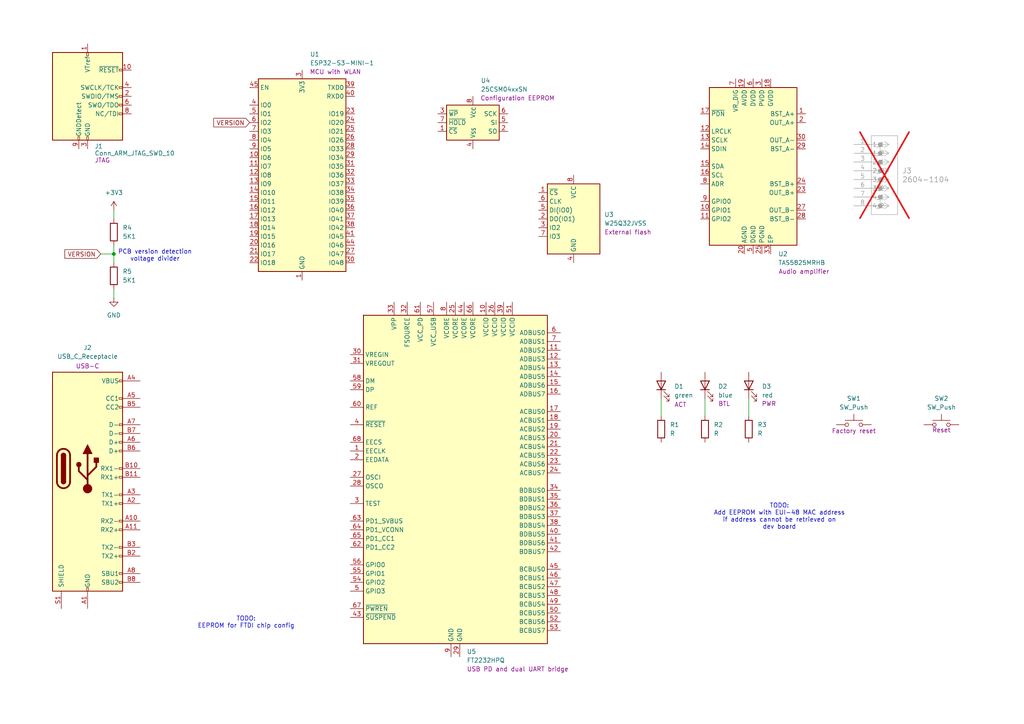
<source format=kicad_sch>
(kicad_sch (version 20231120) (generator "eeschema") (generator_version "8.0")
  (paper "A4")
  (title_block (title "soundbox"))
  (lib_symbols
    (symbol "Amplifier_Audio:TAS5825MRHB"
      (property "Reference" "U" (at -11.43 24.13 0))
      (property "Value" "TAS5825MRHB" (at 13.97 24.13 0))
      (symbol "TAS5825MRHB_0_1"
        (rectangle (start -12.7 22.86) (end 12.7 -22.86) (stroke (width 0.254)) (fill (type background)))
      )
      (symbol "TAS5825MRHB_1_1"
        (pin passive line (at 15.24 15.24 180) (length 2.54) (name "BST_A+") (number "1"))
        (pin bidirectional line (at -15.24 -12.7 0) (length 2.54) (name "GPIO1") (number "10"))
        (pin bidirectional line (at -15.24 -15.24 0) (length 2.54) (name "GPIO2") (number "11"))
        (pin input line (at -15.24 10.16 0) (length 2.54) (name "LRCLK") (number "12"))
        (pin input line (at -15.24 7.62 0) (length 2.54) (name "SCLK") (number "13"))
        (pin input line (at -15.24 5.08 0) (length 2.54) (name "SDIN") (number "14"))
        (pin bidirectional line (at -15.24 0 0) (length 2.54) (name "SDA") (number "15"))
        (pin input line (at -15.24 -2.54 0) (length 2.54) (name "SCL") (number "16"))
        (pin input line (at -15.24 15.24 0) (length 2.54) (name "~{PDN}") (number "17"))
        (pin passive line (at 5.08 25.4 270) (length 2.54) (name "GVDD") (number "18"))
        (pin passive line (at -2.54 25.4 270) (length 2.54) (name "AVDD") (number "19"))
        (pin output line (at 15.24 12.7 180) (length 2.54) (name "OUT_A+") (number "2"))
        (pin power_in line (at -2.54 -25.4 90) (length 2.54) (name "AGND") (number "20"))
        (pin passive line (at 2.54 25.4 270) (length 2.54) hide (name "PVDD") (number "21"))
        (pin passive line (at 2.54 25.4 270) (length 2.54) hide (name "PVDD") (number "22"))
        (pin output line (at 15.24 -7.62 180) (length 2.54) (name "OUT_B+") (number "23"))
        (pin passive line (at 15.24 -5.08 180) (length 2.54) (name "BST_B+") (number "24"))
        (pin power_in line (at 2.54 -25.4 90) (length 2.54) (name "PGND") (number "25"))
        (pin passive line (at 2.54 -25.4 90) (length 2.54) hide (name "PGND") (number "26"))
        (pin output line (at 15.24 -12.7 180) (length 2.54) (name "OUT_B-") (number "27"))
        (pin passive line (at 15.24 -15.24 180) (length 2.54) (name "BST_B-") (number "28"))
        (pin passive line (at 15.24 5.08 180) (length 2.54) (name "BST_A-") (number "29"))
        (pin power_in line (at 2.54 25.4 270) (length 2.54) (name "PVDD") (number "3"))
        (pin output line (at 15.24 7.62 180) (length 2.54) (name "OUT_A-") (number "30"))
        (pin passive line (at 2.54 -25.4 90) (length 2.54) hide (name "PGND") (number "31"))
        (pin passive line (at 2.54 -25.4 90) (length 2.54) hide (name "PGND") (number "32"))
        (pin passive line (at 5.08 -25.4 90) (length 2.54) (name "EP") (number "33"))
        (pin passive line (at 2.54 25.4 270) (length 2.54) hide (name "PVDD") (number "4"))
        (pin power_in line (at 0 -25.4 90) (length 2.54) (name "DGND") (number "5"))
        (pin power_in line (at 0 25.4 270) (length 2.54) (name "DVDD") (number "6"))
        (pin passive line (at -5.08 25.4 270) (length 2.54) (name "VR_DIG") (number "7"))
        (pin passive line (at -15.24 -5.08 0) (length 2.54) (name "ADR") (number "8"))
        (pin bidirectional line (at -15.24 -10.16 0) (length 2.54) (name "GPIO0") (number "9"))
      )
    )
    (symbol "Connector:Conn_ARM_JTAG_SWD_10" (pin_names (offset 1.016))
      (property "Reference" "J" (at -2.54 16.51 0))
      (property "Value" "Conn_ARM_JTAG_SWD_10" (at -2.54 13.97 0))
      (symbol "Conn_ARM_JTAG_SWD_10_0_1"
        (rectangle (start -10.16 12.7) (end 10.16 -12.7) (stroke (width 0.254)) (fill (type background)))
        (rectangle (start -2.794 -12.7) (end -2.286 -11.684))
        (rectangle (start -0.254 -12.7) (end 0.254 -11.684))
        (rectangle (start -0.254 12.7) (end 0.254 11.684))
        (rectangle (start 9.144 2.286) (end 10.16 2.794))
        (rectangle (start 10.16 -2.794) (end 9.144 -2.286))
        (rectangle (start 10.16 -0.254) (end 9.144 0.254))
        (rectangle (start 10.16 7.874) (end 9.144 7.366))
      )
      (symbol "Conn_ARM_JTAG_SWD_10_1_1"
        (rectangle (start 9.144 -5.334) (end 10.16 -4.826))
        (pin power_in line (at 0 15.24 270) (length 2.54) (name "VTref") (number "1"))
        (pin open_collector line (at 12.7 7.62 180) (length 2.54) (name "~{RESET}") (number "10"))
        (pin bidirectional line (at 12.7 0 180) (length 2.54) (name "SWDIO/TMS") (number "2"))
        (pin power_in line (at 0 -15.24 90) (length 2.54) (name "GND") (number "3"))
        (pin output line (at 12.7 2.54 180) (length 2.54) (name "SWCLK/TCK") (number "4"))
        (pin passive line (at 0 -15.24 90) (length 2.54) hide (name "GND") (number "5"))
        (pin input line (at 12.7 -2.54 180) (length 2.54) (name "SWO/TDO") (number "6"))
        (pin no_connect line (at -10.16 0 0) (length 2.54) hide (name "KEY") (number "7"))
        (pin output line (at 12.7 -5.08 180) (length 2.54) (name "NC/TDI") (number "8"))
        (pin passive line (at -2.54 -15.24 90) (length 2.54) (name "GNDDetect") (number "9"))
      )
    )
    (symbol "Connector:USB_C_Receptacle" (pin_names (offset 1.016))
      (property "Reference" "J" (at -10.16 29.21 0))
      (property "Value" "USB_C_Receptacle" (at 10.16 29.21 0))
      (symbol "USB_C_Receptacle_0_0"
        (rectangle (start -0.254 -35.56) (end 0.254 -34.544))
        (rectangle (start 10.16 -32.766) (end 9.144 -33.274))
        (rectangle (start 10.16 -30.226) (end 9.144 -30.734))
        (rectangle (start 10.16 -25.146) (end 9.144 -25.654))
        (rectangle (start 10.16 -22.606) (end 9.144 -23.114))
        (rectangle (start 10.16 -17.526) (end 9.144 -18.034))
        (rectangle (start 10.16 -14.986) (end 9.144 -15.494))
        (rectangle (start 10.16 -9.906) (end 9.144 -10.414))
        (rectangle (start 10.16 -7.366) (end 9.144 -7.874))
        (rectangle (start 10.16 -2.286) (end 9.144 -2.794))
        (rectangle (start 10.16 0.254) (end 9.144 -0.254))
        (rectangle (start 10.16 5.334) (end 9.144 4.826))
        (rectangle (start 10.16 7.874) (end 9.144 7.366))
        (rectangle (start 10.16 10.414) (end 9.144 9.906))
        (rectangle (start 10.16 12.954) (end 9.144 12.446))
        (rectangle (start 10.16 18.034) (end 9.144 17.526))
        (rectangle (start 10.16 20.574) (end 9.144 20.066))
        (rectangle (start 10.16 25.654) (end 9.144 25.146))
      )
      (symbol "USB_C_Receptacle_0_1"
        (rectangle (start -10.16 27.94) (end 10.16 -35.56) (stroke (width 0.254)) (fill (type background)))
        (arc (start -8.89 -3.81) (mid -6.985 -5.7067) (end -5.08 -3.81) (stroke (width 0.508)))
        (arc (start -7.62 -3.81) (mid -6.985 -4.4423) (end -6.35 -3.81) (stroke (width 0.254)))
        (arc (start -7.62 -3.81) (mid -6.985 -4.4423) (end -6.35 -3.81) (stroke (width 0.254)) (fill (type outline)))
        (rectangle (start -7.62 -3.81) (end -6.35 3.81) (stroke (width 0.254)) (fill (type outline)))
        (arc (start -6.35 3.81) (mid -6.985 4.4423) (end -7.62 3.81) (stroke (width 0.254)))
        (arc (start -6.35 3.81) (mid -6.985 4.4423) (end -7.62 3.81) (stroke (width 0.254)) (fill (type outline)))
        (arc (start -5.08 3.81) (mid -6.985 5.7067) (end -8.89 3.81) (stroke (width 0.508)))
        (polyline (pts (xy -8.89 -3.81) (xy -8.89 3.81)) (stroke (width 0.508)))
        (polyline (pts (xy -5.08 3.81) (xy -5.08 -3.81)) (stroke (width 0.508)))
      )
      (symbol "USB_C_Receptacle_1_1"
        (circle (center -2.54 1.143) (radius 0.635) (stroke (width 0.254)) (fill (type outline)))
        (circle (center 0 -5.842) (radius 1.27) (fill (type outline)))
        (polyline (pts (xy 0 -5.842) (xy 0 4.318)) (stroke (width 0.508)))
        (polyline (pts (xy 0 -3.302) (xy -2.54 -0.762) (xy -2.54 0.508)) (stroke (width 0.508)))
        (polyline (pts (xy 0 -2.032) (xy 2.54 0.508) (xy 2.54 1.778)) (stroke (width 0.508)))
        (polyline (pts (xy -1.27 4.318) (xy 0 6.858) (xy 1.27 4.318) (xy -1.27 4.318)) (stroke (width 0.254)) (fill (type outline)))
        (rectangle (start 1.905 1.778) (end 3.175 3.048) (stroke (width 0.254)) (fill (type outline)))
        (pin passive line (at 0 -40.64 90) (length 5.08) (name "GND") (number "A1"))
        (pin bidirectional line (at 15.24 -15.24 180) (length 5.08) (name "RX2-") (number "A10"))
        (pin bidirectional line (at 15.24 -17.78 180) (length 5.08) (name "RX2+") (number "A11"))
        (pin passive line (at 0 -40.64 90) (length 5.08) hide (name "GND") (number "A12"))
        (pin bidirectional line (at 15.24 -10.16 180) (length 5.08) (name "TX1+") (number "A2"))
        (pin bidirectional line (at 15.24 -7.62 180) (length 5.08) (name "TX1-") (number "A3"))
        (pin passive line (at 15.24 25.4 180) (length 5.08) (name "VBUS") (number "A4"))
        (pin bidirectional line (at 15.24 20.32 180) (length 5.08) (name "CC1") (number "A5"))
        (pin bidirectional line (at 15.24 7.62 180) (length 5.08) (name "D+") (number "A6"))
        (pin bidirectional line (at 15.24 12.7 180) (length 5.08) (name "D-") (number "A7"))
        (pin bidirectional line (at 15.24 -30.48 180) (length 5.08) (name "SBU1") (number "A8"))
        (pin passive line (at 15.24 25.4 180) (length 5.08) hide (name "VBUS") (number "A9"))
        (pin passive line (at 0 -40.64 90) (length 5.08) hide (name "GND") (number "B1"))
        (pin bidirectional line (at 15.24 0 180) (length 5.08) (name "RX1-") (number "B10"))
        (pin bidirectional line (at 15.24 -2.54 180) (length 5.08) (name "RX1+") (number "B11"))
        (pin passive line (at 0 -40.64 90) (length 5.08) hide (name "GND") (number "B12"))
        (pin bidirectional line (at 15.24 -25.4 180) (length 5.08) (name "TX2+") (number "B2"))
        (pin bidirectional line (at 15.24 -22.86 180) (length 5.08) (name "TX2-") (number "B3"))
        (pin passive line (at 15.24 25.4 180) (length 5.08) hide (name "VBUS") (number "B4"))
        (pin bidirectional line (at 15.24 17.78 180) (length 5.08) (name "CC2") (number "B5"))
        (pin bidirectional line (at 15.24 5.08 180) (length 5.08) (name "D+") (number "B6"))
        (pin bidirectional line (at 15.24 10.16 180) (length 5.08) (name "D-") (number "B7"))
        (pin bidirectional line (at 15.24 -33.02 180) (length 5.08) (name "SBU2") (number "B8"))
        (pin passive line (at 15.24 25.4 180) (length 5.08) hide (name "VBUS") (number "B9"))
        (pin passive line (at -7.62 -40.64 90) (length 5.08) (name "SHIELD") (number "S1"))
      )
    )
    (symbol "Device:LED" (pin_numbers hide) (pin_names (offset 1.016) hide)
      (property "Reference" "D" (at 0 2.54 0))
      (property "Value" "LED" (at 0 -2.54 0))
      (symbol "LED_0_1"
        (polyline (pts (xy -1.27 -1.27) (xy -1.27 1.27)) (stroke (width 0.254)))
        (polyline (pts (xy -1.27 0) (xy 1.27 0)))
        (polyline (pts (xy 1.27 -1.27) (xy 1.27 1.27) (xy -1.27 0) (xy 1.27 -1.27)) (stroke (width 0.254)))
        (polyline (pts (xy -3.048 -0.762) (xy -4.572 -2.286) (xy -3.81 -2.286) (xy -4.572 -2.286) (xy -4.572 -1.524)))
        (polyline (pts (xy -1.778 -0.762) (xy -3.302 -2.286) (xy -2.54 -2.286) (xy -3.302 -2.286) (xy -3.302 -1.524)))
      )
      (symbol "LED_1_1"
        (pin passive line (at -3.81 0 0) (length 2.54) (name "K") (number "1"))
        (pin passive line (at 3.81 0 180) (length 2.54) (name "A") (number "2"))
      )
    )
    (symbol "Device:R" (pin_numbers hide) (pin_names (offset 0))
      (property "Reference" "R" (at 2.032 0 90))
      (property "Value" "R" (at 0 0 90))
      (symbol "R_0_1"
        (rectangle (start -1.016 -2.54) (end 1.016 2.54) (stroke (width 0.254)))
      )
      (symbol "R_1_1"
        (pin passive line (at 0 3.81 270) (length 1.27) (name "~") (number "1"))
        (pin passive line (at 0 -3.81 90) (length 1.27) (name "~") (number "2"))
      )
    )
    (symbol "Memory_EEPROM:25CSM04xxSN"
      (property "Reference" "U3" (at 1.9559 8.89 0))
      (property "Value" "25CSM04xxSN" (at 1.9559 6.35 0))
      (symbol "25CSM04xxSN_1_1"
        (rectangle (start -7.62 5.08) (end 7.62 -5.08) (stroke (width 0.254)) (fill (type background)))
        (pin input line (at -10.16 -2.54 0) (length 2.54) (name "~{CS}") (number "1"))
        (pin tri_state line (at 10.16 -2.54 180) (length 2.54) (name "SO") (number "2"))
        (pin input line (at -10.16 2.54 0) (length 2.54) (name "~{WP}") (number "3"))
        (pin power_in line (at 0 -7.62 90) (length 2.54) (name "V_{SS}") (number "4"))
        (pin input line (at 10.16 0 180) (length 2.54) (name "SI") (number "5"))
        (pin input line (at 10.16 2.54 180) (length 2.54) (name "SCK") (number "6"))
        (pin input line (at -10.16 0 0) (length 2.54) (name "~{HOLD}") (number "7"))
        (pin power_in line (at 0 7.62 270) (length 2.54) (name "V_{CC}") (number "8"))
      )
    )
    (symbol "Memory_Flash:W25Q32JVSS"
      (property "Reference" "U" (at -6.35 11.43 0))
      (property "Value" "W25Q32JVSS" (at 7.62 11.43 0))
      (symbol "W25Q32JVSS_0_1"
        (rectangle (start -7.62 10.16) (end 7.62 -10.16) (stroke (width 0.254)) (fill (type background)))
      )
      (symbol "W25Q32JVSS_1_1"
        (pin input line (at -10.16 7.62 0) (length 2.54) (name "~{CS}") (number "1"))
        (pin bidirectional line (at -10.16 0 0) (length 2.54) (name "DO(IO1)") (number "2"))
        (pin bidirectional line (at -10.16 -2.54 0) (length 2.54) (name "IO2") (number "3"))
        (pin power_in line (at 0 -12.7 90) (length 2.54) (name "GND") (number "4"))
        (pin bidirectional line (at -10.16 2.54 0) (length 2.54) (name "DI(IO0)") (number "5"))
        (pin input line (at -10.16 5.08 0) (length 2.54) (name "CLK") (number "6"))
        (pin bidirectional line (at -10.16 -5.08 0) (length 2.54) (name "IO3") (number "7"))
        (pin power_in line (at 0 12.7 270) (length 2.54) (name "VCC") (number "8"))
      )
    )
    (symbol "RF_Module:ESP32-S3-MINI-1"
      (property "Reference" "U" (at -11.43 29.21 0))
      (property "Value" "ESP32-S3-MINI-1" (at 12.7 29.21 0))
      (symbol "ESP32-S3-MINI-1_0_1"
        (rectangle (start -12.7 27.94) (end 12.7 -27.94) (stroke (width 0.254)) (fill (type background)))
      )
      (symbol "ESP32-S3-MINI-1_1_1"
        (pin power_in line (at 0 -30.48 90) (length 2.54) (name "GND") (number "1"))
        (pin bidirectional line (at -15.24 5.08 0) (length 2.54) (name "IO6") (number "10"))
        (pin bidirectional line (at -15.24 2.54 0) (length 2.54) (name "IO7") (number "11"))
        (pin bidirectional line (at -15.24 0 0) (length 2.54) (name "IO8") (number "12"))
        (pin bidirectional line (at -15.24 -2.54 0) (length 2.54) (name "IO9") (number "13"))
        (pin bidirectional line (at -15.24 -5.08 0) (length 2.54) (name "IO10") (number "14"))
        (pin bidirectional line (at -15.24 -7.62 0) (length 2.54) (name "IO11") (number "15"))
        (pin bidirectional line (at -15.24 -10.16 0) (length 2.54) (name "IO12") (number "16"))
        (pin bidirectional line (at -15.24 -12.7 0) (length 2.54) (name "IO13") (number "17"))
        (pin bidirectional line (at -15.24 -15.24 0) (length 2.54) (name "IO14") (number "18"))
        (pin bidirectional line (at -15.24 -17.78 0) (length 2.54) (name "IO15") (number "19"))
        (pin passive line (at 0 -30.48 90) (length 2.54) hide (name "GND") (number "2"))
        (pin bidirectional line (at -15.24 -20.32 0) (length 2.54) (name "IO16") (number "20"))
        (pin bidirectional line (at -15.24 -22.86 0) (length 2.54) (name "IO17") (number "21"))
        (pin bidirectional line (at -15.24 -25.4 0) (length 2.54) (name "IO18") (number "22"))
        (pin bidirectional line (at 15.24 17.78 180) (length 2.54) (name "IO19") (number "23"))
        (pin bidirectional line (at 15.24 15.24 180) (length 2.54) (name "IO20") (number "24"))
        (pin bidirectional line (at 15.24 12.7 180) (length 2.54) (name "IO21") (number "25"))
        (pin bidirectional line (at 15.24 10.16 180) (length 2.54) (name "IO26") (number "26"))
        (pin bidirectional line (at 15.24 -22.86 180) (length 2.54) (name "IO47") (number "27"))
        (pin bidirectional line (at 15.24 7.62 180) (length 2.54) (name "IO33") (number "28"))
        (pin bidirectional line (at 15.24 5.08 180) (length 2.54) (name "IO34") (number "29"))
        (pin power_in line (at 0 30.48 270) (length 2.54) (name "3V3") (number "3"))
        (pin bidirectional line (at 15.24 -25.4 180) (length 2.54) (name "IO48") (number "30"))
        (pin bidirectional line (at 15.24 2.54 180) (length 2.54) (name "IO35") (number "31"))
        (pin bidirectional line (at 15.24 0 180) (length 2.54) (name "IO36") (number "32"))
        (pin bidirectional line (at 15.24 -2.54 180) (length 2.54) (name "IO37") (number "33"))
        (pin bidirectional line (at 15.24 -5.08 180) (length 2.54) (name "IO38") (number "34"))
        (pin bidirectional line (at 15.24 -7.62 180) (length 2.54) (name "IO39") (number "35"))
        (pin bidirectional line (at 15.24 -10.16 180) (length 2.54) (name "IO40") (number "36"))
        (pin bidirectional line (at 15.24 -12.7 180) (length 2.54) (name "IO41") (number "37"))
        (pin bidirectional line (at 15.24 -15.24 180) (length 2.54) (name "IO42") (number "38"))
        (pin bidirectional line (at 15.24 25.4 180) (length 2.54) (name "TXD0") (number "39"))
        (pin bidirectional line (at -15.24 20.32 0) (length 2.54) (name "IO0") (number "4"))
        (pin bidirectional line (at 15.24 22.86 180) (length 2.54) (name "RXD0") (number "40"))
        (pin bidirectional line (at 15.24 -17.78 180) (length 2.54) (name "IO45") (number "41"))
        (pin passive line (at 0 -30.48 90) (length 2.54) hide (name "GND") (number "42"))
        (pin passive line (at 0 -30.48 90) (length 2.54) hide (name "GND") (number "43"))
        (pin bidirectional line (at 15.24 -20.32 180) (length 2.54) (name "IO46") (number "44"))
        (pin input line (at -15.24 25.4 0) (length 2.54) (name "EN") (number "45"))
        (pin passive line (at 0 -30.48 90) (length 2.54) hide (name "GND") (number "46"))
        (pin passive line (at 0 -30.48 90) (length 2.54) hide (name "GND") (number "47"))
        (pin passive line (at 0 -30.48 90) (length 2.54) hide (name "GND") (number "48"))
        (pin passive line (at 0 -30.48 90) (length 2.54) hide (name "GND") (number "49"))
        (pin bidirectional line (at -15.24 17.78 0) (length 2.54) (name "IO1") (number "5"))
        (pin passive line (at 0 -30.48 90) (length 2.54) hide (name "GND") (number "50"))
        (pin passive line (at 0 -30.48 90) (length 2.54) hide (name "GND") (number "51"))
        (pin passive line (at 0 -30.48 90) (length 2.54) hide (name "GND") (number "52"))
        (pin passive line (at 0 -30.48 90) (length 2.54) hide (name "GND") (number "53"))
        (pin passive line (at 0 -30.48 90) (length 2.54) hide (name "GND") (number "54"))
        (pin passive line (at 0 -30.48 90) (length 2.54) hide (name "GND") (number "55"))
        (pin passive line (at 0 -30.48 90) (length 2.54) hide (name "GND") (number "56"))
        (pin passive line (at 0 -30.48 90) (length 2.54) hide (name "GND") (number "57"))
        (pin passive line (at 0 -30.48 90) (length 2.54) hide (name "GND") (number "58"))
        (pin passive line (at 0 -30.48 90) (length 2.54) hide (name "GND") (number "59"))
        (pin bidirectional line (at -15.24 15.24 0) (length 2.54) (name "IO2") (number "6"))
        (pin passive line (at 0 -30.48 90) (length 2.54) hide (name "GND") (number "60"))
        (pin passive line (at 0 -30.48 90) (length 2.54) hide (name "GND") (number "61"))
        (pin passive line (at 0 -30.48 90) (length 2.54) hide (name "GND") (number "62"))
        (pin passive line (at 0 -30.48 90) (length 2.54) hide (name "GND") (number "63"))
        (pin passive line (at 0 -30.48 90) (length 2.54) hide (name "GND") (number "64"))
        (pin passive line (at 0 -30.48 90) (length 2.54) hide (name "GND") (number "65"))
        (pin bidirectional line (at -15.24 12.7 0) (length 2.54) (name "IO3") (number "7"))
        (pin bidirectional line (at -15.24 10.16 0) (length 2.54) (name "IO4") (number "8"))
        (pin bidirectional line (at -15.24 7.62 0) (length 2.54) (name "IO5") (number "9"))
      )
    )
    (symbol "Switch:SW_Push" (pin_numbers hide) (pin_names (offset 1.016) hide)
      (property "Reference" "SW" (at 1.27 2.54 0))
      (property "Value" "SW_Push" (at 0 -1.524 0))
      (symbol "SW_Push_0_1"
        (circle (center -2.032 0) (radius 0.508))
        (polyline (pts (xy 0 1.27) (xy 0 3.048)))
        (polyline (pts (xy 2.54 1.27) (xy -2.54 1.27)))
        (circle (center 2.032 0) (radius 0.508))
        (pin passive line (at -5.08 0 0) (length 2.54) (name "1") (number "1"))
        (pin passive line (at 5.08 0 180) (length 2.54) (name "2") (number "2"))
      )
    )
    (symbol "Ultra_Librarian:2604-1104" (pin_names (offset 0.254))
      (property "Reference" "J" (at 8.89 6.35 0))
      (property "Value" "2604-1104" (at 0 0 0))
      (symbol "2604-1104_1_1"
        (polyline (pts (xy 5.08 -20.32) (xy 12.7 -20.32)) (stroke (width 0.127)))
        (polyline (pts (xy 5.08 2.54) (xy 5.08 -20.32)) (stroke (width 0.127)))
        (polyline (pts (xy 7.62 -15.24) (xy 7.62 -17.78)) (stroke (width 0.127)))
        (polyline (pts (xy 7.62 -10.16) (xy 7.62 -12.7)) (stroke (width 0.127)))
        (polyline (pts (xy 7.62 -5.08) (xy 7.62 -7.62)) (stroke (width 0.127)))
        (polyline (pts (xy 7.62 0) (xy 7.62 -2.54)) (stroke (width 0.127)))
        (polyline (pts (xy 10.16 -17.78) (xy 5.08 -17.78)) (stroke (width 0.127)))
        (polyline (pts (xy 10.16 -17.78) (xy 8.89 -18.6267)) (stroke (width 0.127)))
        (polyline (pts (xy 10.16 -17.78) (xy 8.89 -16.9333)) (stroke (width 0.127)))
        (polyline (pts (xy 10.16 -15.24) (xy 5.08 -15.24)) (stroke (width 0.127)))
        (polyline (pts (xy 10.16 -15.24) (xy 8.89 -16.0867)) (stroke (width 0.127)))
        (polyline (pts (xy 10.16 -15.24) (xy 8.89 -14.3933)) (stroke (width 0.127)))
        (polyline (pts (xy 10.16 -12.7) (xy 5.08 -12.7)) (stroke (width 0.127)))
        (polyline (pts (xy 10.16 -12.7) (xy 8.89 -13.5467)) (stroke (width 0.127)))
        (polyline (pts (xy 10.16 -12.7) (xy 8.89 -11.8533)) (stroke (width 0.127)))
        (polyline (pts (xy 10.16 -10.16) (xy 5.08 -10.16)) (stroke (width 0.127)))
        (polyline (pts (xy 10.16 -10.16) (xy 8.89 -11.0067)) (stroke (width 0.127)))
        (polyline (pts (xy 10.16 -10.16) (xy 8.89 -9.3133)) (stroke (width 0.127)))
        (polyline (pts (xy 10.16 -7.62) (xy 5.08 -7.62)) (stroke (width 0.127)))
        (polyline (pts (xy 10.16 -7.62) (xy 8.89 -8.4667)) (stroke (width 0.127)))
        (polyline (pts (xy 10.16 -7.62) (xy 8.89 -6.7733)) (stroke (width 0.127)))
        (polyline (pts (xy 10.16 -5.08) (xy 5.08 -5.08)) (stroke (width 0.127)))
        (polyline (pts (xy 10.16 -5.08) (xy 8.89 -5.9267)) (stroke (width 0.127)))
        (polyline (pts (xy 10.16 -5.08) (xy 8.89 -4.2333)) (stroke (width 0.127)))
        (polyline (pts (xy 10.16 -2.54) (xy 5.08 -2.54)) (stroke (width 0.127)))
        (polyline (pts (xy 10.16 -2.54) (xy 8.89 -3.3867)) (stroke (width 0.127)))
        (polyline (pts (xy 10.16 -2.54) (xy 8.89 -1.6933)) (stroke (width 0.127)))
        (polyline (pts (xy 10.16 0) (xy 5.08 0)) (stroke (width 0.127)))
        (polyline (pts (xy 10.16 0) (xy 8.89 -0.8467)) (stroke (width 0.127)))
        (polyline (pts (xy 10.16 0) (xy 8.89 0.8467)) (stroke (width 0.127)))
        (polyline (pts (xy 12.7 -20.32) (xy 12.7 2.54)) (stroke (width 0.127)))
        (polyline (pts (xy 12.7 2.54) (xy 5.08 2.54)) (stroke (width 0.127)))
        (circle (center 7.62 -17.78) (radius 0.127) (stroke (width 0.508)))
        (circle (center 7.62 -15.24) (radius 0.127) (stroke (width 0.508)))
        (circle (center 7.62 -12.7) (radius 0.127) (stroke (width 0.508)))
        (circle (center 7.62 -10.16) (radius 0.127) (stroke (width 0.508)))
        (circle (center 7.62 -7.62) (radius 0.127) (stroke (width 0.508)))
        (circle (center 7.62 -5.08) (radius 0.127) (stroke (width 0.508)))
        (circle (center 7.62 -2.54) (radius 0.127) (stroke (width 0.508)))
        (circle (center 7.62 0) (radius 0.127) (stroke (width 0.508)))
        (pin unspecified line (at 0 0 0) (length 5.08) (name "1_1") (number "1"))
        (pin unspecified line (at 0 -2.54 0) (length 5.08) (name "1_2") (number "2"))
        (pin unspecified line (at 0 -5.08 0) (length 5.08) (name "2_1") (number "3"))
        (pin unspecified line (at 0 -7.62 0) (length 5.08) (name "2_2") (number "4"))
        (pin unspecified line (at 0 -10.16 0) (length 5.08) (name "3_1") (number "5"))
        (pin unspecified line (at 0 -12.7 0) (length 5.08) (name "3_2") (number "6"))
        (pin unspecified line (at 0 -15.24 0) (length 5.08) (name "4_1") (number "7"))
        (pin unspecified line (at 0 -17.78 0) (length 5.08) (name "4_2") (number "8"))
      )
      (symbol "2604-1104_1_2"
        (polyline (pts (xy 5.08 -20.32) (xy 12.7 -20.32)) (stroke (width 0.127)))
        (polyline (pts (xy 5.08 2.54) (xy 5.08 -20.32)) (stroke (width 0.127)))
        (polyline (pts (xy 7.62 -15.24) (xy 7.62 -17.78)) (stroke (width 0.127)))
        (polyline (pts (xy 7.62 -10.16) (xy 7.62 -12.7)) (stroke (width 0.127)))
        (polyline (pts (xy 7.62 -5.08) (xy 7.62 -7.62)) (stroke (width 0.127)))
        (polyline (pts (xy 7.62 0) (xy 7.62 -2.54)) (stroke (width 0.127)))
        (polyline (pts (xy 10.16 -17.78) (xy 5.08 -17.78)) (stroke (width 0.127)))
        (polyline (pts (xy 10.16 -17.78) (xy 8.89 -18.6267)) (stroke (width 0.127)))
        (polyline (pts (xy 10.16 -17.78) (xy 8.89 -16.9333)) (stroke (width 0.127)))
        (polyline (pts (xy 10.16 -15.24) (xy 5.08 -15.24)) (stroke (width 0.127)))
        (polyline (pts (xy 10.16 -15.24) (xy 8.89 -16.0867)) (stroke (width 0.127)))
        (polyline (pts (xy 10.16 -15.24) (xy 8.89 -14.3933)) (stroke (width 0.127)))
        (polyline (pts (xy 10.16 -12.7) (xy 5.08 -12.7)) (stroke (width 0.127)))
        (polyline (pts (xy 10.16 -12.7) (xy 8.89 -13.5467)) (stroke (width 0.127)))
        (polyline (pts (xy 10.16 -12.7) (xy 8.89 -11.8533)) (stroke (width 0.127)))
        (polyline (pts (xy 10.16 -10.16) (xy 5.08 -10.16)) (stroke (width 0.127)))
        (polyline (pts (xy 10.16 -10.16) (xy 8.89 -11.0067)) (stroke (width 0.127)))
        (polyline (pts (xy 10.16 -10.16) (xy 8.89 -9.3133)) (stroke (width 0.127)))
        (polyline (pts (xy 10.16 -7.62) (xy 5.08 -7.62)) (stroke (width 0.127)))
        (polyline (pts (xy 10.16 -7.62) (xy 8.89 -8.4667)) (stroke (width 0.127)))
        (polyline (pts (xy 10.16 -7.62) (xy 8.89 -6.7733)) (stroke (width 0.127)))
        (polyline (pts (xy 10.16 -5.08) (xy 5.08 -5.08)) (stroke (width 0.127)))
        (polyline (pts (xy 10.16 -5.08) (xy 8.89 -5.9267)) (stroke (width 0.127)))
        (polyline (pts (xy 10.16 -5.08) (xy 8.89 -4.2333)) (stroke (width 0.127)))
        (polyline (pts (xy 10.16 -2.54) (xy 5.08 -2.54)) (stroke (width 0.127)))
        (polyline (pts (xy 10.16 -2.54) (xy 8.89 -3.3867)) (stroke (width 0.127)))
        (polyline (pts (xy 10.16 -2.54) (xy 8.89 -1.6933)) (stroke (width 0.127)))
        (polyline (pts (xy 10.16 0) (xy 5.08 0)) (stroke (width 0.127)))
        (polyline (pts (xy 10.16 0) (xy 8.89 -0.8467)) (stroke (width 0.127)))
        (polyline (pts (xy 10.16 0) (xy 8.89 0.8467)) (stroke (width 0.127)))
        (polyline (pts (xy 12.7 -20.32) (xy 12.7 2.54)) (stroke (width 0.127)))
        (polyline (pts (xy 12.7 2.54) (xy 5.08 2.54)) (stroke (width 0.127)))
        (circle (center 7.62 -17.78) (radius 0.127) (stroke (width 0.508)))
        (circle (center 7.62 -15.24) (radius 0.127) (stroke (width 0.508)))
        (circle (center 7.62 -12.7) (radius 0.127) (stroke (width 0.508)))
        (circle (center 7.62 -10.16) (radius 0.127) (stroke (width 0.508)))
        (circle (center 7.62 -7.62) (radius 0.127) (stroke (width 0.508)))
        (circle (center 7.62 -5.08) (radius 0.127) (stroke (width 0.508)))
        (circle (center 7.62 -2.54) (radius 0.127) (stroke (width 0.508)))
        (circle (center 7.62 0) (radius 0.127) (stroke (width 0.508)))
        (pin unspecified line (at 0 0 0) (length 5.08) (name "1_1") (number "1"))
        (pin unspecified line (at 0 -2.54 0) (length 5.08) (name "1_2") (number "2"))
        (pin unspecified line (at 0 -5.08 0) (length 5.08) (name "2_1") (number "3"))
        (pin unspecified line (at 0 -7.62 0) (length 5.08) (name "2_2") (number "4"))
        (pin unspecified line (at 0 -10.16 0) (length 5.08) (name "3_1") (number "5"))
        (pin unspecified line (at 0 -12.7 0) (length 5.08) (name "3_2") (number "6"))
        (pin unspecified line (at 0 -15.24 0) (length 5.08) (name "4_1") (number "7"))
        (pin unspecified line (at 0 -17.78 0) (length 5.08) (name "4_2") (number "8"))
      )
    )
    (symbol "power:+3V3" (power) (pin_numbers hide) (pin_names (offset 0) hide)
      (property "Value" "+3V3" (at 0 3.556 0))
      (symbol "+3V3_0_1"
        (polyline (pts (xy -0.762 1.27) (xy 0 2.54)))
        (polyline (pts (xy 0 0) (xy 0 2.54)))
        (polyline (pts (xy 0 2.54) (xy 0.762 1.27)))
      )
      (symbol "+3V3_1_1"
        (pin power_in line (at 0 0 90) (length 0) (name "~") (number "1"))
      )
    )
    (symbol "power:GND" (power) (pin_numbers hide) (pin_names (offset 0) hide)
      (property "Value" "GND" (at 0 -3.81 0))
      (symbol "GND_0_1"
        (polyline (pts (xy 0 0) (xy 0 -1.27) (xy 1.27 -1.27) (xy 0 -2.54) (xy -1.27 -1.27) (xy 0 -1.27)))
      )
      (symbol "GND_1_1"
        (pin power_in line (at 0 0 270) (length 0) (name "~") (number "1"))
      )
    )
    (symbol "xengineering:FT2232HPQ"
      (property "Reference" "U" (at 20.828 52.07 0))
      (property "Value" "FT2232HPQ" (at 25.654 49.53 0))
      (symbol "FT2232HPQ_0_1"
        (rectangle (start -26.67 46.99) (end 26.67 -48.26) (stroke (width 0.254)) (fill (type background)))
      )
      (symbol "FT2232HPQ_1_1"
        (pin output line (at -30.48 7.62 0) (length 3.81) (name "EECLK") (number "1"))
        (pin input line (at 8.89 50.8 270) (length 3.81) (name "VCCIO") (number "10"))
        (pin bidirectional line (at 30.48 36.83 180) (length 3.81) (name "ADBUS2") (number "11"))
        (pin bidirectional line (at 30.48 34.29 180) (length 3.81) (name "ADBUS3") (number "12"))
        (pin bidirectional line (at 30.48 31.75 180) (length 3.81) (name "ADBUS4") (number "13"))
        (pin bidirectional line (at 30.48 29.21 180) (length 3.81) (name "ADBUS5") (number "14"))
        (pin bidirectional line (at 30.48 26.67 180) (length 3.81) (name "ADBUS6") (number "15"))
        (pin bidirectional line (at 30.48 24.13 180) (length 3.81) (name "ADBUS7") (number "16"))
        (pin bidirectional line (at 30.48 19.05 180) (length 3.81) (name "ACBUS0") (number "17"))
        (pin bidirectional line (at 30.48 16.51 180) (length 3.81) (name "ACBUS1") (number "18"))
        (pin bidirectional line (at 30.48 13.97 180) (length 3.81) (name "ACBUS2") (number "19"))
        (pin bidirectional line (at -30.48 5.08 0) (length 3.81) (name "EEDATA") (number "2"))
        (pin bidirectional line (at 30.48 11.43 180) (length 3.81) (name "ACBUS3") (number "20"))
        (pin bidirectional line (at 30.48 8.89 180) (length 3.81) (name "ACBUS4") (number "21"))
        (pin bidirectional line (at 30.48 6.35 180) (length 3.81) (name "ACBUS5") (number "22"))
        (pin bidirectional line (at 30.48 3.81 180) (length 3.81) (name "ACBUS6") (number "23"))
        (pin bidirectional line (at 30.48 1.27 180) (length 3.81) (name "ACBUS7") (number "24"))
        (pin input line (at 0 50.8 270) (length 3.81) (name "VCORE") (number "25"))
        (pin input line (at 11.43 50.8 270) (length 3.81) (name "VCCIO") (number "26"))
        (pin input line (at -30.48 0 0) (length 3.81) (name "OSCI") (number "27"))
        (pin output line (at -30.48 -2.54 0) (length 3.81) (name "OSCO") (number "28"))
        (pin input line (at 1.27 -52.07 90) (length 3.81) (name "GND") (number "29"))
        (pin input line (at -30.48 -7.62 0) (length 3.81) (name "TEST") (number "3"))
        (pin input line (at -30.48 35.56 0) (length 3.81) (name "VREGIN") (number "30"))
        (pin output line (at -30.48 33.02 0) (length 3.81) (name "VREGOUT") (number "31"))
        (pin input line (at -13.97 50.8 270) (length 3.81) (name "FSOURCE") (number "32"))
        (pin input line (at -17.78 50.8 270) (length 3.81) (name "VPP") (number "33"))
        (pin bidirectional line (at 30.48 -3.81 180) (length 3.81) (name "BDBUS0") (number "34"))
        (pin bidirectional line (at 30.48 -6.35 180) (length 3.81) (name "BDBUS1") (number "35"))
        (pin bidirectional line (at 30.48 -8.89 180) (length 3.81) (name "BDBUS2") (number "36"))
        (pin bidirectional line (at 30.48 -11.43 180) (length 3.81) (name "BDBUS3") (number "37"))
        (pin bidirectional line (at 30.48 -13.97 180) (length 3.81) (name "BDBUS4") (number "38"))
        (pin input line (at 13.97 50.8 270) (length 3.81) (name "VCCIO") (number "39"))
        (pin input line (at -30.48 15.24 0) (length 3.81) (name "~{RESET}") (number "4"))
        (pin bidirectional line (at 30.48 -16.51 180) (length 3.81) (name "BDBUS5") (number "40"))
        (pin bidirectional line (at 30.48 -19.05 180) (length 3.81) (name "BDBUS6") (number "41"))
        (pin bidirectional line (at 30.48 -21.59 180) (length 3.81) (name "BDBUS7") (number "42"))
        (pin output line (at -30.48 -40.64 0) (length 3.81) (name "~{SUSPEND}") (number "43"))
        (pin input line (at 2.54 50.8 270) (length 3.81) (name "VCORE") (number "44"))
        (pin bidirectional line (at 30.48 -26.67 180) (length 3.81) (name "BCBUS0") (number "45"))
        (pin bidirectional line (at 30.48 -29.21 180) (length 3.81) (name "BCBUS1") (number "46"))
        (pin bidirectional line (at 30.48 -31.75 180) (length 3.81) (name "BCBUS2") (number "47"))
        (pin bidirectional line (at 30.48 -34.29 180) (length 3.81) (name "BCBUS3") (number "48"))
        (pin bidirectional line (at 30.48 -36.83 180) (length 3.81) (name "BCBUS4") (number "49"))
        (pin bidirectional line (at -30.48 -33.02 0) (length 3.81) (name "GPIO3") (number "5"))
        (pin bidirectional line (at 30.48 -39.37 180) (length 3.81) (name "BCBUS5") (number "50"))
        (pin input line (at 16.51 50.8 270) (length 3.81) (name "VCCIO") (number "51"))
        (pin bidirectional line (at 30.48 -41.91 180) (length 3.81) (name "BCBUS6") (number "52"))
        (pin bidirectional line (at 30.48 -44.45 180) (length 3.81) (name "BCBUS7") (number "53"))
        (pin bidirectional line (at -30.48 -30.48 0) (length 3.81) (name "GPIO2") (number "54"))
        (pin bidirectional line (at -30.48 -27.94 0) (length 3.81) (name "GPIO1") (number "55"))
        (pin bidirectional line (at -30.48 -25.4 0) (length 3.81) (name "GPIO0") (number "56"))
        (pin input line (at -6.35 50.8 270) (length 3.81) (name "VCC_USB") (number "57"))
        (pin bidirectional line (at -30.48 27.94 0) (length 3.81) (name "DM") (number "58"))
        (pin bidirectional line (at -30.48 25.4 0) (length 3.81) (name "DP") (number "59"))
        (pin bidirectional line (at 30.48 41.91 180) (length 3.81) (name "ADBUS0") (number "6"))
        (pin input line (at -30.48 20.32 0) (length 3.81) (name "REF") (number "60"))
        (pin input line (at -10.16 50.8 270) (length 3.81) (name "VCC_PD") (number "61"))
        (pin bidirectional line (at -30.48 -20.32 0) (length 3.81) (name "PD1_CC2") (number "62"))
        (pin input line (at -30.48 -12.7 0) (length 3.81) (name "PD1_SVBUS") (number "63"))
        (pin input line (at -30.48 -15.24 0) (length 3.81) (name "PD1_VCONN") (number "64"))
        (pin bidirectional line (at -30.48 -17.78 0) (length 3.81) (name "PD1_CC1") (number "65"))
        (pin input line (at 5.08 50.8 270) (length 3.81) (name "VCORE") (number "66"))
        (pin output line (at -30.48 -38.1 0) (length 3.81) (name "~{PWREN}") (number "67"))
        (pin bidirectional line (at -30.48 10.16 0) (length 3.81) (name "EECS") (number "68"))
        (pin bidirectional line (at 30.48 39.37 180) (length 3.81) (name "ADBUS1") (number "7"))
        (pin input line (at -2.54 50.8 270) (length 3.81) (name "VCORE") (number "8"))
        (pin input line (at -1.27 -52.07 90) (length 3.81) (name "GND") (number "9"))
      )
    )
  )
  (junction (at 33.02 73.66))
  (wire (pts (xy 191.77 115.57) (xy 191.77 120.65)))
  (wire (pts (xy 29.21 73.66) (xy 33.02 73.66)))
  (wire (pts (xy 33.02 73.66) (xy 33.02 76.2)))
  (wire (pts (xy 33.02 71.12) (xy 33.02 73.66)))
  (wire (pts (xy 33.02 83.82) (xy 33.02 86.36)))
  (wire (pts (xy 33.02 60.96) (xy 33.02 63.5)))
  (wire (pts (xy 204.47 115.57) (xy 204.47 120.65)))
  (wire (pts (xy 217.17 115.57) (xy 217.17 120.65)))
  (text "TODO:\nAdd EEPROM with EUI-48 MAC address\nif address cannot be retrieved on\ndev board" (at 226.06 149.86 0) (effects (font (size 1.27 1.27))))
  (text "TODO:\nEEPROM for FTDI chip config" (at 71.374 180.594 0) (effects (font (size 1.27 1.27))))
  (text "PCB version detection\nvoltage divider" (at 44.958 74.168 0) (effects (font (size 1.27 1.27))))
  (global_label "VERSION" (shape input) (at 29.21 73.66 180) (property "Intersheetrefs" "${INTERSHEET_REFS}" (effects (hide yes))))
  (global_label "VERSION" (shape input) (at 72.39 35.56 180) (property "Intersheetrefs" "${INTERSHEET_REFS}" (effects (hide yes))))
  (symbol (lib_id "power:GND") (at 33.02 86.36 0) (unit 1)
    (property "Reference" "#PWR01" (effects (hide yes)))
    (property "Value" "GND" (at 33.02 91.44 0))
    (property "Description" "Power symbol creates a global label with name \"GND\" , ground" (effects (hide yes)))
  )
  (symbol (lib_id "RF_Module:ESP32-S3-MINI-1") (at 87.63 50.8 0) (unit 1)
    (property "Reference" "U1" (at 89.916 15.748 0) (effects (justify left)))
    (property "Value" "ESP32-S3-MINI-1" (at 89.916 18.288 0) (effects (justify left)))
    (property "Footprint" "RF_Module:ESP32-S2-MINI-1" (effects (hide yes)))
    (property "Datasheet" "https://www.espressif.com/sites/default/files/documentation/esp32-s3-mini-1_mini-1u_datasheet_en.pdf" (effects (hide yes)))
    (property "Description" "MCU with WLAN" (at 97.282 20.828 0))
    (property "MPN" "ESP32-S3-MINI-1-N8" (effects (hide yes)))
    (property "Manufacturer" "Espressif Systems" (effects (hide yes)))
  )
  (symbol (lib_id "Memory_Flash:W25Q32JVSS") (at 166.37 63.5 0) (unit 1)
    (property "Reference" "U3" (at 175.26 62.2299 0) (effects (justify left)))
    (property "Value" "W25Q32JVSS" (at 175.26 64.7699 0) (effects (justify left)))
    (property "Footprint" "Package_SO:SOIC-8_5.23x5.23mm_P1.27mm" (effects (hide yes)))
    (property "Datasheet" "http://www.winbond.com/resource-files/w25q32jv%20revg%2003272018%20plus.pdf" (effects (hide yes)))
    (property "Description" "External flash" (at 182.118 67.31 0))
  )
  (symbol (lib_id "Connector:Conn_ARM_JTAG_SWD_10") (at 25.4 27.94 0) (unit 1)
    (property "Reference" "J1" (at 27.432 42.418 0) (effects (justify left)))
    (property "Value" "Conn_ARM_JTAG_SWD_10" (at 27.432 44.45 0) (effects (justify left)))
    (property "Datasheet" "https://mm.digikey.com/Volume0/opasdata/d220001/medias/docus/6209/ftsh-1xx-xx-xxx-dv-xxx-xxx-x-xx-mkt.pdf" (effects (hide yes)))
    (property "Description" "JTAG" (at 27.432 46.482 0) (effects (justify left)))
    (property "MPN" "FTSH-105-01-L-DV-K-TR" (effects (hide yes)))
    (property "Manufacturer" "samtec" (effects (hide yes)))
  )
  (symbol (lib_id "Switch:SW_Push") (at 273.05 123.19 0) (unit 1)
    (property "Reference" "SW2" (at 273.05 115.57 0))
    (property "Value" "SW_Push" (at 273.05 118.11 0))
    (property "Footprint" "Button_Switch_SMD:SW_SPST_TL3305A" (effects (hide yes)))
    (property "Description" "Reset" (at 273.05 124.714 0))
  )
  (symbol (lib_id "Ultra_Librarian:2604-1104") (at 247.65 41.91 0) (unit 1) (dnp yes)
    (property "Reference" "J3" (at 261.62 49.5299 0) (effects (font (size 1.524 1.524)) (justify left)))
    (property "Value" "2604-1104" (at 261.62 52.0699 0) (effects (font (size 1.524 1.524)) (justify left)))
    (property "Footprint" "CONN4_2604-1104_WAG" (effects (hide yes)))
    (property "Datasheet" "2604-1104" (effects (hide yes)))
    (property "Description" "Speaker" (effects (hide yes)))
    (property "Manufacturer" "WAGO" (effects (hide yes)))
    (property "MPN" "2604-1104" (effects (hide yes)))
  )
  (symbol (lib_id "power:+3V3") (at 33.02 60.96 0) (unit 1)
    (property "Reference" "#PWR02" (effects (hide yes)))
    (property "Value" "+3V3" (at 33.02 55.88 0))
    (property "Description" "Power symbol creates a global label with name \"+3V3\"" (effects (hide yes)))
  )
  (symbol (lib_id "Device:R") (at 217.17 124.46 0) (unit 1)
    (property "Reference" "R3" (at 219.71 123.1899 0) (effects (justify left)))
    (property "Value" "R" (at 219.71 125.7299 0) (effects (justify left)))
    (property "Footprint" "Resistor_SMD:R_0603_1608Metric" (effects (hide yes)))
    (property "Description" "Resistor" (effects (hide yes)))
  )
  (symbol (lib_id "Connector:USB_C_Receptacle") (at 25.4 135.89 0) (unit 1)
    (property "Reference" "J2" (at 25.4 100.838 0))
    (property "Value" "USB_C_Receptacle" (at 25.4 103.378 0))
    (property "Datasheet" "https://cdn.amphenol-cs.com/media/wysiwyg/files/documentation/datasheet/inputoutput/io_usb_3_2_type_c.pdf" (effects (hide yes)))
    (property "Description" "USB-C" (at 25.4 106.172 0))
    (property "MPN" "12401610E4#2A" (effects (hide yes)))
    (property "Manufacturer" "Amphenol ICC" (effects (hide yes)))
  )
  (symbol (lib_id "Switch:SW_Push") (at 247.65 123.19 0) (unit 1)
    (property "Reference" "SW1" (at 247.65 115.57 0))
    (property "Value" "SW_Push" (at 247.65 118.11 0))
    (property "Footprint" "Button_Switch_SMD:SW_SPST_TL3305A" (effects (hide yes)))
    (property "Description" "Factory reset" (at 247.65 124.968 0))
  )
  (symbol (lib_id "Memory_EEPROM:25CSM04xxSN") (at 137.16 35.56 0) (unit 1)
    (property "Reference" "U4" (at 139.446 23.368 0) (effects (justify left)))
    (property "Value" "25CSM04xxSN" (at 139.446 25.908 0) (effects (justify left)))
    (property "Footprint" "Package_SO:SOIC-8_3.9x4.9mm_P1.27mm" (effects (hide yes)))
    (property "Datasheet" "https://ww1.microchip.com/downloads/aemDocuments/documents/MPD/ProductDocuments/DataSheets/25CSM04-4-Mbit-SPI-Serial-EEPROM-With-128-Bit-Serial-Number-and-Enhanced-Write-Protection-20005817C.pdf" (effects (hide yes)))
    (property "Description" "Configuration EEPROM" (at 150.114 28.448 0))
  )
  (symbol (lib_id "Device:R") (at 204.47 124.46 0) (unit 1)
    (property "Reference" "R2" (at 207.01 123.1899 0) (effects (justify left)))
    (property "Value" "R" (at 207.01 125.7299 0) (effects (justify left)))
    (property "Footprint" "Resistor_SMD:R_0603_1608Metric" (effects (hide yes)))
    (property "Description" "Resistor" (effects (hide yes)))
  )
  (symbol (lib_id "Amplifier_Audio:TAS5825MRHB") (at 218.44 48.26 0) (unit 1)
    (property "Reference" "U2" (at 225.7141 73.66 0) (effects (justify left)))
    (property "Value" "TAS5825MRHB" (at 225.7141 76.2 0) (effects (justify left)))
    (property "Footprint" "Package_DFN_QFN:VQFN-32-1EP_5x5mm_P0.5mm_EP3.1x3.1mm" (effects (hide yes)))
    (property "Datasheet" "www.ti.com/lit/ds/symlink/tas5825m.pdf" (effects (hide yes)))
    (property "Description" "Audio amplifier" (at 233.172 78.74 0))
    (property "MPN" "TAS5825MRHBR" (effects (hide yes)))
    (property "Manufacturer" "Texas Instruments" (effects (hide yes)))
  )
  (symbol (lib_id "xengineering:FT2232HPQ") (at 132.08 138.43 0) (unit 1)
    (property "Reference" "U5" (at 135.382 188.976 0) (effects (justify left)))
    (property "Value" "FT2232HPQ" (at 135.382 191.516 0) (effects (justify left)))
    (property "Datasheet" "https://ftdichip.com/wp-content/uploads/2024/09/DS_FT2233HP.pdf" (effects (hide yes)))
    (property "Description" "USB PD and dual UART bridge" (at 135.382 194.056 0) (effects (justify left)))
    (property "Manufacturer" "FTDI Limited" (effects (hide yes)))
    (property "MPN" "FT2232HPQ-TRAY" (effects (hide yes)))
  )
  (symbol (lib_id "Device:R") (at 33.02 80.01 0) (unit 1)
    (property "Reference" "R5" (at 35.56 78.7399 0) (effects (justify left)))
    (property "Value" "5K1" (at 35.56 81.2799 0) (effects (justify left)))
    (property "Footprint" "Resistor_SMD:R_0603_1608Metric" (effects (hide yes)))
    (property "Description" "Resistor" (effects (hide yes)))
  )
  (symbol (lib_id "Device:LED") (at 191.77 111.76 90) (unit 1)
    (property "Reference" "D1" (at 195.58 112.0774 90) (effects (justify right)))
    (property "Value" "green" (at 195.58 114.6174 90) (effects (justify right)))
    (property "Footprint" "LED_SMD:LED_1206_3216Metric" (effects (hide yes)))
    (property "Datasheet" "https://s3-us-west-2.amazonaws.com/catsy.557/Dialight_CBI_data_598-1206_Apr2018.pdf" (effects (hide yes)))
    (property "Description" "ACT" (at 197.358 117.348 90))
    (property "MPN" "598-8270-107F" (effects (hide yes)))
    (property "Manufacturer" "Dialight" (effects (hide yes)))
  )
  (symbol (lib_id "Device:R") (at 33.02 67.31 0) (unit 1)
    (property "Reference" "R4" (at 35.56 66.0399 0) (effects (justify left)))
    (property "Value" "5K1" (at 35.56 68.5799 0) (effects (justify left)))
    (property "Footprint" "Resistor_SMD:R_0603_1608Metric" (effects (hide yes)))
    (property "Description" "Resistor" (effects (hide yes)))
  )
  (symbol (lib_id "Device:R") (at 191.77 124.46 0) (unit 1)
    (property "Reference" "R1" (at 194.31 123.1899 0) (effects (justify left)))
    (property "Value" "R" (at 194.31 125.7299 0) (effects (justify left)))
    (property "Footprint" "Resistor_SMD:R_0603_1608Metric" (effects (hide yes)))
    (property "Description" "Resistor" (effects (hide yes)))
  )
  (symbol (lib_id "Device:LED") (at 217.17 111.76 90) (unit 1)
    (property "Reference" "D3" (at 220.98 112.0774 90) (effects (justify right)))
    (property "Value" "red" (at 220.98 114.6174 90) (effects (justify right)))
    (property "Footprint" "LED_SMD:LED_1206_3216Metric" (effects (hide yes)))
    (property "Datasheet" "https://s3-us-west-2.amazonaws.com/catsy.557/Dialight_CBI_data_598-1206_Apr2018.pdf" (effects (hide yes)))
    (property "Description" "PWR" (at 223.012 117.094 90))
    (property "MPN" "598-8210-107F" (effects (hide yes)))
    (property "Manufacturer" "Dialight" (effects (hide yes)))
  )
  (symbol (lib_id "Device:LED") (at 204.47 111.76 90) (unit 1)
    (property "Reference" "D2" (at 208.28 112.0774 90) (effects (justify right)))
    (property "Value" "blue" (at 208.28 114.6174 90) (effects (justify right)))
    (property "Footprint" "LED_SMD:LED_1206_3216Metric" (effects (hide yes)))
    (property "Datasheet" "https://s3-us-west-2.amazonaws.com/catsy.557/Dialight_CBI_data_598-1206_Apr2018.pdf" (effects (hide yes)))
    (property "Description" "BTL" (at 210.058 117.094 90))
    (property "MPN" "598-8291-107F " (effects (hide yes)))
    (property "Manufacturer" "Dialight" (effects (hide yes)))
  )
)
</source>
